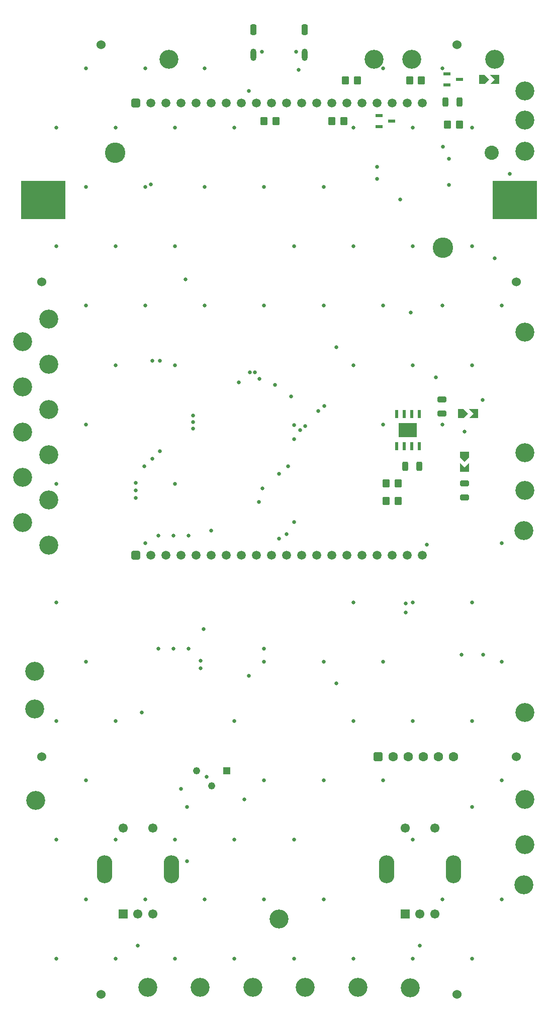
<source format=gbr>
%TF.GenerationSoftware,Altium Limited,Altium Designer,23.6.0 (18)*%
G04 Layer_Color=16711935*
%FSLAX43Y43*%
%MOMM*%
%TF.SameCoordinates,407812E0-2FFD-4E57-8D94-CFCBE61D5419*%
%TF.FilePolarity,Negative*%
%TF.FileFunction,Soldermask,Bot*%
%TF.Part,Single*%
G01*
G75*
%TA.AperFunction,SMDPad,CuDef*%
G04:AMPARAMS|DCode=23|XSize=1.55mm|YSize=0.95mm|CornerRadius=0.238mm|HoleSize=0mm|Usage=FLASHONLY|Rotation=270.000|XOffset=0mm|YOffset=0mm|HoleType=Round|Shape=RoundedRectangle|*
%AMROUNDEDRECTD23*
21,1,1.550,0.475,0,0,270.0*
21,1,1.075,0.950,0,0,270.0*
1,1,0.475,-0.238,-0.538*
1,1,0.475,-0.238,0.538*
1,1,0.475,0.238,0.538*
1,1,0.475,0.238,-0.538*
%
%ADD23ROUNDEDRECTD23*%
G04:AMPARAMS|DCode=28|XSize=1.4mm|YSize=1.2mm|CornerRadius=0.15mm|HoleSize=0mm|Usage=FLASHONLY|Rotation=90.000|XOffset=0mm|YOffset=0mm|HoleType=Round|Shape=RoundedRectangle|*
%AMROUNDEDRECTD28*
21,1,1.400,0.900,0,0,90.0*
21,1,1.100,1.200,0,0,90.0*
1,1,0.300,0.450,0.550*
1,1,0.300,0.450,-0.550*
1,1,0.300,-0.450,-0.550*
1,1,0.300,-0.450,0.550*
%
%ADD28ROUNDEDRECTD28*%
G04:AMPARAMS|DCode=29|XSize=1.55mm|YSize=0.95mm|CornerRadius=0.238mm|HoleSize=0mm|Usage=FLASHONLY|Rotation=180.000|XOffset=0mm|YOffset=0mm|HoleType=Round|Shape=RoundedRectangle|*
%AMROUNDEDRECTD29*
21,1,1.550,0.475,0,0,180.0*
21,1,1.075,0.950,0,0,180.0*
1,1,0.475,-0.538,0.238*
1,1,0.475,0.538,0.238*
1,1,0.475,0.538,-0.238*
1,1,0.475,-0.538,-0.238*
%
%ADD29ROUNDEDRECTD29*%
G04:AMPARAMS|DCode=33|XSize=1.23mm|YSize=0.59mm|CornerRadius=0.148mm|HoleSize=0mm|Usage=FLASHONLY|Rotation=0.000|XOffset=0mm|YOffset=0mm|HoleType=Round|Shape=RoundedRectangle|*
%AMROUNDEDRECTD33*
21,1,1.230,0.295,0,0,0.0*
21,1,0.935,0.590,0,0,0.0*
1,1,0.295,0.468,-0.148*
1,1,0.295,-0.468,-0.148*
1,1,0.295,-0.468,0.148*
1,1,0.295,0.468,0.148*
%
%ADD33ROUNDEDRECTD33*%
%TA.AperFunction,ComponentPad*%
%ADD39C,3.200*%
%ADD40C,3.450*%
%ADD41C,2.388*%
%ADD42C,1.520*%
G04:AMPARAMS|DCode=43|XSize=1.52mm|YSize=1.52mm|CornerRadius=0.38mm|HoleSize=0mm|Usage=FLASHONLY|Rotation=0.000|XOffset=0mm|YOffset=0mm|HoleType=Round|Shape=RoundedRectangle|*
%AMROUNDEDRECTD43*
21,1,1.520,0.760,0,0,0.0*
21,1,0.760,1.520,0,0,0.0*
1,1,0.760,0.380,-0.380*
1,1,0.760,-0.380,-0.380*
1,1,0.760,-0.380,0.380*
1,1,0.760,0.380,0.380*
%
%ADD43ROUNDEDRECTD43*%
%ADD44C,1.600*%
G04:AMPARAMS|DCode=45|XSize=1.6mm|YSize=1.6mm|CornerRadius=0.4mm|HoleSize=0mm|Usage=FLASHONLY|Rotation=0.000|XOffset=0mm|YOffset=0mm|HoleType=Round|Shape=RoundedRectangle|*
%AMROUNDEDRECTD45*
21,1,1.600,0.800,0,0,0.0*
21,1,0.800,1.600,0,0,0.0*
1,1,0.800,0.400,-0.400*
1,1,0.800,-0.400,-0.400*
1,1,0.800,-0.400,0.400*
1,1,0.800,0.400,0.400*
%
%ADD45ROUNDEDRECTD45*%
%ADD46C,1.550*%
%ADD47R,1.550X1.550*%
G04:AMPARAMS|DCode=48|XSize=2.6mm|YSize=4.7mm|CornerRadius=1.3mm|HoleSize=0mm|Usage=FLASHONLY|Rotation=0.000|XOffset=0mm|YOffset=0mm|HoleType=Round|Shape=RoundedRectangle|*
%AMROUNDEDRECTD48*
21,1,2.600,2.100,0,0,0.0*
21,1,0.000,4.700,0,0,0.0*
1,1,2.600,0.000,-1.050*
1,1,2.600,0.000,-1.050*
1,1,2.600,0.000,1.050*
1,1,2.600,0.000,1.050*
%
%ADD48ROUNDEDRECTD48*%
%ADD49R,1.222X1.222*%
%ADD50C,1.222*%
G04:AMPARAMS|DCode=51|XSize=1.8mm|YSize=1mm|CornerRadius=0.25mm|HoleSize=0mm|Usage=FLASHONLY|Rotation=270.000|XOffset=0mm|YOffset=0mm|HoleType=Round|Shape=RoundedRectangle|*
%AMROUNDEDRECTD51*
21,1,1.800,0.500,0,0,270.0*
21,1,1.300,1.000,0,0,270.0*
1,1,0.500,-0.250,-0.650*
1,1,0.500,-0.250,0.650*
1,1,0.500,0.250,0.650*
1,1,0.500,0.250,-0.650*
%
%ADD51ROUNDEDRECTD51*%
%ADD52O,1.000X2.100*%
%ADD53C,0.650*%
%TA.AperFunction,WasherPad*%
%ADD54C,1.524*%
%TA.AperFunction,ViaPad*%
%ADD55C,0.650*%
%TA.AperFunction,SMDPad,CuDef*%
%ADD58R,7.468X6.477*%
%ADD61R,3.099X2.413*%
%ADD62R,0.533X1.442*%
G36*
X84582Y157353D02*
X83058D01*
X83820Y158115D01*
X83058Y158877D01*
X84582D01*
Y157353D01*
D02*
G37*
G36*
X82868Y158115D02*
X82105Y157353D01*
X81216D01*
Y158877D01*
X82105D01*
X82868Y158115D01*
D02*
G37*
G36*
X81026Y101092D02*
X79502D01*
X80264Y101854D01*
X79502Y102616D01*
X81026D01*
Y101092D01*
D02*
G37*
G36*
X79311Y101854D02*
X78549Y101092D01*
X77660D01*
Y102616D01*
X78549D01*
X79311Y101854D01*
D02*
G37*
G36*
X79502Y94489D02*
X78740Y93727D01*
X77978Y94489D01*
Y95378D01*
X79502D01*
Y94489D01*
D02*
G37*
G36*
Y92012D02*
X77978D01*
Y93536D01*
X78740Y92774D01*
X79502Y93536D01*
Y92012D01*
D02*
G37*
D23*
X71120Y92964D02*
D03*
X68770D02*
D03*
X75545Y154305D02*
D03*
X77895D02*
D03*
D28*
X65550Y90075D02*
D03*
X67550D02*
D03*
X65550Y87122D02*
D03*
X67550D02*
D03*
X56420Y151130D02*
D03*
X58420D02*
D03*
X46990D02*
D03*
X44990D02*
D03*
X77895Y150495D02*
D03*
X75895D02*
D03*
X71485Y158000D02*
D03*
X69485D02*
D03*
X60690D02*
D03*
X58690D02*
D03*
D29*
X74930Y104204D02*
D03*
Y101854D02*
D03*
X78740Y87725D02*
D03*
Y90075D02*
D03*
D33*
X75775Y157165D02*
D03*
Y159065D02*
D03*
X77895Y158115D02*
D03*
X64345Y150180D02*
D03*
Y152080D02*
D03*
X66465Y151130D02*
D03*
D39*
X88900Y88900D02*
D03*
X29000Y161500D02*
D03*
X88710Y82105D02*
D03*
X6540Y36640D02*
D03*
X47500Y16700D02*
D03*
X88710Y22415D02*
D03*
X8763Y79629D02*
D03*
X4318Y83439D02*
D03*
X8763Y87249D02*
D03*
X4318Y91059D02*
D03*
X8763Y94869D02*
D03*
X4318Y98679D02*
D03*
X8763Y102489D02*
D03*
X4318Y106299D02*
D03*
X8763Y110109D02*
D03*
X4318Y113919D02*
D03*
X8763Y117729D02*
D03*
X43080Y5105D02*
D03*
X69600Y5080D02*
D03*
X60760Y5105D02*
D03*
X51920D02*
D03*
X34240D02*
D03*
X25400D02*
D03*
X88900Y29210D02*
D03*
Y36830D02*
D03*
Y51435D02*
D03*
X6350Y52070D02*
D03*
Y58420D02*
D03*
X63500Y161500D02*
D03*
X88900Y146050D02*
D03*
Y151275D02*
D03*
Y156210D02*
D03*
Y115532D02*
D03*
Y95250D02*
D03*
X83820Y161500D02*
D03*
X69850D02*
D03*
D40*
X19877Y145801D02*
D03*
X75122Y129799D02*
D03*
D41*
X83352Y145801D02*
D03*
D42*
X71628Y154178D02*
D03*
X69088D02*
D03*
X66548D02*
D03*
X58928D02*
D03*
X56388D02*
D03*
X53848D02*
D03*
X48768D02*
D03*
X43688D02*
D03*
X41148D02*
D03*
X36068D02*
D03*
X33528D02*
D03*
X30988D02*
D03*
X25908D02*
D03*
X28448D02*
D03*
X38608D02*
D03*
X46228D02*
D03*
X51308D02*
D03*
X61468D02*
D03*
X64008D02*
D03*
X71628Y77978D02*
D03*
X69088D02*
D03*
X66548D02*
D03*
X58928D02*
D03*
X56388D02*
D03*
X53848D02*
D03*
X48768D02*
D03*
X43688D02*
D03*
X41148D02*
D03*
X36068D02*
D03*
X33528D02*
D03*
X30988D02*
D03*
X25908D02*
D03*
X28448D02*
D03*
X38608D02*
D03*
X46228D02*
D03*
X51308D02*
D03*
X61468D02*
D03*
X64008D02*
D03*
D43*
X23368Y154178D02*
D03*
Y77978D02*
D03*
D44*
X76850Y44000D02*
D03*
X74310D02*
D03*
X69230D02*
D03*
X66690D02*
D03*
X71770D02*
D03*
D45*
X64150D02*
D03*
D46*
X68750Y32000D02*
D03*
X73750D02*
D03*
X71250Y17500D02*
D03*
X73750D02*
D03*
X21250Y32000D02*
D03*
X26250D02*
D03*
X23750Y17500D02*
D03*
X26250D02*
D03*
D47*
X68750D02*
D03*
X21250D02*
D03*
D48*
X65650Y25000D02*
D03*
X76850D02*
D03*
X18150D02*
D03*
X29350D02*
D03*
D49*
X38735Y41595D02*
D03*
D50*
X36195Y39055D02*
D03*
X33655Y41595D02*
D03*
D51*
X51820Y166500D02*
D03*
X43180D02*
D03*
D52*
X51820Y162320D02*
D03*
X43180D02*
D03*
D53*
X44610Y162820D02*
D03*
X50390D02*
D03*
D54*
X87500Y44000D02*
D03*
Y124000D02*
D03*
X7500D02*
D03*
Y44000D02*
D03*
X77500Y164000D02*
D03*
X17500Y4000D02*
D03*
X77500D02*
D03*
X17500Y164000D02*
D03*
D55*
X80000Y150000D02*
D03*
Y130000D02*
D03*
X85000Y120000D02*
D03*
X80000Y110000D02*
D03*
X85000Y80000D02*
D03*
X80000Y70000D02*
D03*
X85000Y60000D02*
D03*
X80000Y50000D02*
D03*
X85000Y40000D02*
D03*
Y20000D02*
D03*
X80000Y10000D02*
D03*
X75000Y160000D02*
D03*
X70000Y150000D02*
D03*
Y130000D02*
D03*
X75000Y120000D02*
D03*
X70000Y110000D02*
D03*
X75000Y100000D02*
D03*
X70000Y70000D02*
D03*
Y50000D02*
D03*
Y30000D02*
D03*
X75000Y20000D02*
D03*
X70000Y10000D02*
D03*
X65000Y160000D02*
D03*
X60000Y150000D02*
D03*
Y130000D02*
D03*
X65000Y120000D02*
D03*
X60000Y110000D02*
D03*
X65000Y100000D02*
D03*
X60000Y70000D02*
D03*
X65000Y60000D02*
D03*
X60000Y50000D02*
D03*
X65000Y40000D02*
D03*
X60000Y10000D02*
D03*
X55000Y140000D02*
D03*
X50000Y130000D02*
D03*
X55000Y120000D02*
D03*
Y60000D02*
D03*
Y40000D02*
D03*
X50000Y30000D02*
D03*
X55000Y20000D02*
D03*
X50000Y10000D02*
D03*
X40000Y150000D02*
D03*
X45000Y140000D02*
D03*
Y120000D02*
D03*
Y60000D02*
D03*
X40000Y50000D02*
D03*
X45000Y40000D02*
D03*
X40000Y30000D02*
D03*
X45000Y20000D02*
D03*
X40000Y10000D02*
D03*
X35000Y160000D02*
D03*
X30000Y150000D02*
D03*
X35000Y140000D02*
D03*
X30000Y130000D02*
D03*
X35000Y120000D02*
D03*
X30000Y110000D02*
D03*
Y90000D02*
D03*
Y30000D02*
D03*
X35000Y20000D02*
D03*
X30000Y10000D02*
D03*
X25000Y160000D02*
D03*
X20000Y150000D02*
D03*
X25000Y140000D02*
D03*
X20000Y130000D02*
D03*
X25000Y120000D02*
D03*
X20000Y110000D02*
D03*
X25000Y80000D02*
D03*
X20000Y50000D02*
D03*
Y30000D02*
D03*
X25000Y20000D02*
D03*
X20000Y10000D02*
D03*
X15000Y160000D02*
D03*
X10000Y150000D02*
D03*
X15000Y140000D02*
D03*
X10000Y130000D02*
D03*
X15000Y120000D02*
D03*
Y100000D02*
D03*
X10000Y90000D02*
D03*
Y70000D02*
D03*
X15000Y60000D02*
D03*
X10000Y50000D02*
D03*
X15000Y40000D02*
D03*
X10000Y30000D02*
D03*
X15000Y20000D02*
D03*
X10000Y10000D02*
D03*
X42633Y108809D02*
D03*
X49530Y104752D02*
D03*
X49044Y92964D02*
D03*
X50061Y97475D02*
D03*
X51054Y99075D02*
D03*
X50038Y99875D02*
D03*
X54102Y102275D02*
D03*
X55118Y103075D02*
D03*
X51928Y99752D02*
D03*
X33020Y99314D02*
D03*
Y100375D02*
D03*
Y101475D02*
D03*
X44196Y107696D02*
D03*
X43434Y108809D02*
D03*
X40707Y107113D02*
D03*
X81915Y61214D02*
D03*
X78232D02*
D03*
X41656Y36830D02*
D03*
X50789Y159766D02*
D03*
X36068Y82087D02*
D03*
X47498Y91694D02*
D03*
X31750Y124460D02*
D03*
X25908Y140462D02*
D03*
X42418Y156210D02*
D03*
X26162Y110699D02*
D03*
Y94234D02*
D03*
X24780Y92964D02*
D03*
X42418Y57658D02*
D03*
X34290Y58928D02*
D03*
Y60198D02*
D03*
X34798Y65532D02*
D03*
X24384Y51435D02*
D03*
X23368Y87630D02*
D03*
Y88900D02*
D03*
Y90170D02*
D03*
X27432Y95504D02*
D03*
X48768Y81534D02*
D03*
X50038Y83566D02*
D03*
X44958Y62230D02*
D03*
X57150Y56388D02*
D03*
X47498Y80772D02*
D03*
X35306Y40640D02*
D03*
X32258Y62230D02*
D03*
Y81280D02*
D03*
X30988Y38608D02*
D03*
X29718Y62230D02*
D03*
Y81280D02*
D03*
X27178Y62230D02*
D03*
Y81280D02*
D03*
X46842Y106680D02*
D03*
X68860Y69850D02*
D03*
Y68345D02*
D03*
X72390Y79756D02*
D03*
X44099Y86920D02*
D03*
X44749Y89199D02*
D03*
X27432Y110699D02*
D03*
X80010Y35560D02*
D03*
X71250Y12192D02*
D03*
X32004Y26416D02*
D03*
X23750Y12192D02*
D03*
X32004Y35560D02*
D03*
X57150Y113030D02*
D03*
X76093Y144780D02*
D03*
Y140335D02*
D03*
X75122Y146812D02*
D03*
X64010Y143385D02*
D03*
X67945Y137922D02*
D03*
X69723Y118872D02*
D03*
X73914Y107950D02*
D03*
X78740Y98806D02*
D03*
X81788Y104140D02*
D03*
X83820Y128016D02*
D03*
X86360Y142240D02*
D03*
X64010Y141335D02*
D03*
D58*
X7812Y137800D02*
D03*
X87187D02*
D03*
D61*
X69215Y99060D02*
D03*
D62*
X71120Y101788D02*
D03*
X69850D02*
D03*
X68580D02*
D03*
X67310D02*
D03*
Y96332D02*
D03*
X68580D02*
D03*
X69850D02*
D03*
X71120D02*
D03*
%TF.MD5,a5af0269f1f9e3d590899bb69e46681e*%
M02*

</source>
